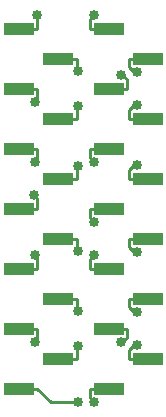
<source format=gbl>
G04 #@! TF.FileFunction,Copper,L2,Bot,Signal*
%FSLAX46Y46*%
G04 Gerber Fmt 4.6, Leading zero omitted, Abs format (unit mm)*
G04 Created by KiCad (PCBNEW 4.0.7-e2-6376~58~ubuntu16.04.1) date Sat Jan 13 09:58:48 2018*
%MOMM*%
%LPD*%
G01*
G04 APERTURE LIST*
%ADD10C,0.100000*%
%ADD11R,2.510000X1.000000*%
%ADD12C,0.850000*%
%ADD13C,0.250000*%
G04 APERTURE END LIST*
D10*
D11*
X165870000Y-92075000D03*
X165870000Y-97155000D03*
X165870000Y-102235000D03*
X165870000Y-107315000D03*
X165870000Y-112395000D03*
X165870000Y-117475000D03*
X162560000Y-89535000D03*
X162560000Y-94615000D03*
X162560000Y-99695000D03*
X162560000Y-104775000D03*
X162560000Y-109855000D03*
X162560000Y-114935000D03*
X162560000Y-120015000D03*
X158250000Y-92075000D03*
X158250000Y-97155000D03*
X158250000Y-102235000D03*
X158250000Y-107315000D03*
X158250000Y-112395000D03*
X158250000Y-117475000D03*
X154940000Y-89535000D03*
X154940000Y-94615000D03*
X154940000Y-99695000D03*
X154940000Y-104775000D03*
X154940000Y-109855000D03*
X154940000Y-114935000D03*
X154940000Y-120015000D03*
D12*
X164980300Y-93225900D03*
X164980300Y-96004100D03*
X164980300Y-101084100D03*
X164980300Y-108465900D03*
X164980300Y-113545900D03*
X164980300Y-116324100D03*
X161329700Y-88398300D03*
X163634000Y-93487300D03*
X161329700Y-100822500D03*
X161329700Y-105905200D03*
X161329700Y-108727500D03*
X163634000Y-116062700D03*
X161329700Y-121151700D03*
X156520300Y-88405700D03*
X159940300Y-93168100D03*
X156289700Y-95766000D03*
X159940300Y-96092500D03*
X156289700Y-100846000D03*
X159940300Y-101172500D03*
X156255000Y-103648100D03*
X159940300Y-108377400D03*
X156289700Y-108704000D03*
X159940300Y-113483800D03*
X156289700Y-116086000D03*
X159940300Y-116412500D03*
X159940300Y-121157200D03*
D13*
X165870000Y-92075000D02*
X164289700Y-92075000D01*
X164724600Y-93225900D02*
X164980300Y-93225900D01*
X164289700Y-92791000D02*
X164724600Y-93225900D01*
X164289700Y-92075000D02*
X164289700Y-92791000D01*
X165870000Y-97155000D02*
X164289700Y-97155000D01*
X164724600Y-96004100D02*
X164980300Y-96004100D01*
X164289700Y-96439000D02*
X164724600Y-96004100D01*
X164289700Y-97155000D02*
X164289700Y-96439000D01*
X165870000Y-102235000D02*
X164289700Y-102235000D01*
X164724600Y-101084100D02*
X164980300Y-101084100D01*
X164289700Y-101519000D02*
X164724600Y-101084100D01*
X164289700Y-102235000D02*
X164289700Y-101519000D01*
X165870000Y-107315000D02*
X164289700Y-107315000D01*
X164724600Y-108465900D02*
X164980300Y-108465900D01*
X164289700Y-108031000D02*
X164724600Y-108465900D01*
X164289700Y-107315000D02*
X164289700Y-108031000D01*
X165870000Y-112395000D02*
X164289700Y-112395000D01*
X164724600Y-113545900D02*
X164980300Y-113545900D01*
X164289700Y-113111000D02*
X164724600Y-113545900D01*
X164289700Y-112395000D02*
X164289700Y-113111000D01*
X165870000Y-117475000D02*
X164289700Y-117475000D01*
X164724600Y-116324100D02*
X164980300Y-116324100D01*
X164289700Y-116759000D02*
X164724600Y-116324100D01*
X164289700Y-117475000D02*
X164289700Y-116759000D01*
X160979700Y-88748300D02*
X161329700Y-88398300D01*
X160979700Y-89535000D02*
X160979700Y-88748300D01*
X162560000Y-89535000D02*
X160979700Y-89535000D01*
X162560000Y-94615000D02*
X164140300Y-94615000D01*
X163736800Y-93487300D02*
X163634000Y-93487300D01*
X164140300Y-93890800D02*
X163736800Y-93487300D01*
X164140300Y-94615000D02*
X164140300Y-93890800D01*
X160979700Y-100472500D02*
X161329700Y-100822500D01*
X160979700Y-99695000D02*
X160979700Y-100472500D01*
X162560000Y-99695000D02*
X160979700Y-99695000D01*
X160979700Y-105555200D02*
X161329700Y-105905200D01*
X160979700Y-104775000D02*
X160979700Y-105555200D01*
X162560000Y-104775000D02*
X160979700Y-104775000D01*
X160979700Y-109077500D02*
X161329700Y-108727500D01*
X160979700Y-109855000D02*
X160979700Y-109077500D01*
X162560000Y-109855000D02*
X160979700Y-109855000D01*
X162560000Y-114935000D02*
X164140300Y-114935000D01*
X163736800Y-116062700D02*
X163634000Y-116062700D01*
X164140300Y-115659200D02*
X163736800Y-116062700D01*
X164140300Y-114935000D02*
X164140300Y-115659200D01*
X160979700Y-120801700D02*
X161329700Y-121151700D01*
X160979700Y-120015000D02*
X160979700Y-120801700D01*
X162560000Y-120015000D02*
X160979700Y-120015000D01*
X154940000Y-89535000D02*
X156520300Y-89535000D01*
X156520300Y-88405700D02*
X156520300Y-89535000D01*
X158250000Y-92075000D02*
X159830300Y-92075000D01*
X159830300Y-93058100D02*
X159940300Y-93168100D01*
X159830300Y-92075000D02*
X159830300Y-93058100D01*
X154940000Y-94615000D02*
X156520300Y-94615000D01*
X156520300Y-95535400D02*
X156289700Y-95766000D01*
X156520300Y-94615000D02*
X156520300Y-95535400D01*
X158250000Y-97155000D02*
X159830300Y-97155000D01*
X159830300Y-96202500D02*
X159940300Y-96092500D01*
X159830300Y-97155000D02*
X159830300Y-96202500D01*
X154940000Y-99695000D02*
X156520300Y-99695000D01*
X156520300Y-100615400D02*
X156289700Y-100846000D01*
X156520300Y-99695000D02*
X156520300Y-100615400D01*
X158250000Y-102235000D02*
X159830300Y-102235000D01*
X159830300Y-101282500D02*
X159940300Y-101172500D01*
X159830300Y-102235000D02*
X159830300Y-101282500D01*
X156520300Y-103913400D02*
X156255000Y-103648100D01*
X156520300Y-104775000D02*
X156520300Y-103913400D01*
X154940000Y-104775000D02*
X156520300Y-104775000D01*
X158250000Y-107315000D02*
X159830300Y-107315000D01*
X159830300Y-108267400D02*
X159940300Y-108377400D01*
X159830300Y-107315000D02*
X159830300Y-108267400D01*
X154940000Y-109855000D02*
X156520300Y-109855000D01*
X156520300Y-108934600D02*
X156289700Y-108704000D01*
X156520300Y-109855000D02*
X156520300Y-108934600D01*
X158250000Y-112395000D02*
X159830300Y-112395000D01*
X159830300Y-113373800D02*
X159940300Y-113483800D01*
X159830300Y-112395000D02*
X159830300Y-113373800D01*
X154940000Y-114935000D02*
X156520300Y-114935000D01*
X156520300Y-115855400D02*
X156289700Y-116086000D01*
X156520300Y-114935000D02*
X156520300Y-115855400D01*
X158250000Y-117475000D02*
X159830300Y-117475000D01*
X159830300Y-116522500D02*
X159940300Y-116412500D01*
X159830300Y-117475000D02*
X159830300Y-116522500D01*
X154940000Y-120015000D02*
X156520300Y-120015000D01*
X157662500Y-121157200D02*
X159940300Y-121157200D01*
X156520300Y-120015000D02*
X157662500Y-121157200D01*
M02*

</source>
